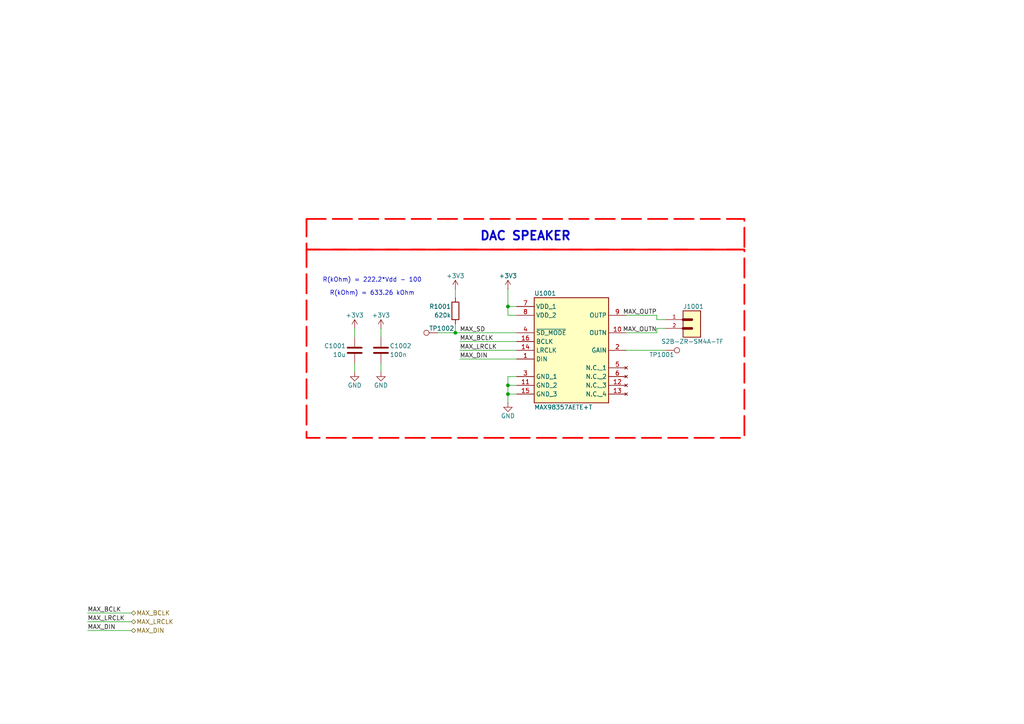
<source format=kicad_sch>
(kicad_sch (version 20231120) (generator "eeschema") (generator_version "8.0")
  (paper "A4")
  (title_block (title "Sistema de Audio") (date "2024-07-18") (rev "Final") (company "MQuero"))
  (lib_symbols
    (symbol "Connector:TestPoint" (pin_numbers hide) (pin_names (offset 0.762) hide)
      (property "Reference" "TP" (at 0 6.858 0))
      (property "Value" "TestPoint" (at 0 5.08 0))
      (symbol "TestPoint_0_1"
        (circle (center 0 3.302) (radius 0.762))
      )
      (symbol "TestPoint_1_1"
        (pin passive line (at 0 0 90) (length 2.54) (name "1") (number "1"))
      )
    )
    (symbol "Device:C" (pin_numbers hide) (pin_names (offset 0.254))
      (property "Reference" "C" (at 0.635 2.54 0))
      (property "Value" "C" (at 0.635 -2.54 0))
      (symbol "C_0_1"
        (polyline (pts (xy -2.032 -0.762) (xy 2.032 -0.762)) (stroke (width 0.508)))
        (polyline (pts (xy -2.032 0.762) (xy 2.032 0.762)) (stroke (width 0.508)))
      )
      (symbol "C_1_1"
        (pin passive line (at 0 3.81 270) (length 2.794) (name "~") (number "1"))
        (pin passive line (at 0 -3.81 90) (length 2.794) (name "~") (number "2"))
      )
    )
    (symbol "Device:R" (pin_numbers hide) (pin_names (offset 0))
      (property "Reference" "R" (at 2.032 0 90))
      (property "Value" "R" (at 0 0 90))
      (symbol "R_0_1"
        (rectangle (start -1.016 -2.54) (end 1.016 2.54) (stroke (width 0.254)))
      )
      (symbol "R_1_1"
        (pin passive line (at 0 3.81 270) (length 1.27) (name "~") (number "1"))
        (pin passive line (at 0 -3.81 90) (length 1.27) (name "~") (number "2"))
      )
    )
    (symbol "TFG:MAX98357AETE+T"
      (property "Reference" "U" (at 0 1.27 0))
      (property "Value" "MAX98357AETE+T" (at 0 -31.75 0))
      (symbol "MAX98357AETE+T_1_1"
        (rectangle (start 0 0) (end 21.59 -30.48) (stroke (width 0.254)) (fill (type background)))
        (pin unspecified line (at -5.08 -17.78 0) (length 5.08) (name "DIN") (number "1"))
        (pin unspecified line (at 26.67 -10.16 180) (length 5.08) (name "OUTN") (number "10"))
        (pin unspecified line (at -5.08 -25.4 0) (length 5.08) (name "GND_2") (number "11"))
        (pin no_connect line (at 26.67 -25.4 180) (length 5.08) (name "N.C._3") (number "12"))
        (pin no_connect line (at 26.67 -27.94 180) (length 5.08) (name "N.C._4") (number "13"))
        (pin unspecified line (at -5.08 -15.24 0) (length 5.08) (name "LRCLK") (number "14"))
        (pin unspecified line (at -5.08 -27.94 0) (length 5.08) (name "GND_3") (number "15"))
        (pin unspecified line (at -5.08 -12.7 0) (length 5.08) (name "BCLK") (number "16"))
        (pin unspecified line (at 26.67 -15.24 180) (length 5.08) (name "GAIN") (number "2"))
        (pin unspecified line (at -5.08 -22.86 0) (length 5.08) (name "GND_1") (number "3"))
        (pin unspecified line (at -5.08 -10.16 0) (length 5.08) (name "~{SD_MODE}") (number "4"))
        (pin no_connect line (at 26.67 -20.32 180) (length 5.08) (name "N.C._1") (number "5"))
        (pin no_connect line (at 26.67 -22.86 180) (length 5.08) (name "N.C._2") (number "6"))
        (pin unspecified line (at -5.08 -2.54 0) (length 5.08) (name "VDD_1") (number "7"))
        (pin unspecified line (at -5.08 -5.08 0) (length 5.08) (name "VDD_2") (number "8"))
        (pin unspecified line (at 26.67 -5.08 180) (length 5.08) (name "OUTP") (number "9"))
      )
    )
    (symbol "TFG:S2B-ZR-SM4A-TF" (pin_names (offset 1.016))
      (property "Reference" "J" (at 0 1.27 0))
      (property "Value" "S2B-ZR-SM4A-TF" (at 0 -8.89 0))
      (symbol "S2B-ZR-SM4A-TF_0_0"
        (polyline (pts (xy 0 -5.08) (xy 2.54 -5.08)) (stroke (width 0.762)))
        (polyline (pts (xy 0 -2.54) (xy 2.54 -2.54)) (stroke (width 0.762)))
        (rectangle (start 0 0) (end 5.08 -7.62) (stroke (width 0.254)) (fill (type background)))
      )
      (symbol "S2B-ZR-SM4A-TF_1_0"
        (pin unspecified line (at -5.08 -2.54 0) (length 5.08) (name "~") (number "1"))
        (pin unspecified line (at -5.08 -5.08 0) (length 5.08) (name "~") (number "2"))
      )
    )
    (symbol "power:+3V3" (power) (pin_numbers hide) (pin_names (offset 0) hide)
      (property "Value" "+3V3" (at 0 3.556 0))
      (symbol "+3V3_0_1"
        (polyline (pts (xy -0.762 1.27) (xy 0 2.54)))
        (polyline (pts (xy 0 0) (xy 0 2.54)))
        (polyline (pts (xy 0 2.54) (xy 0.762 1.27)))
      )
      (symbol "+3V3_1_1"
        (pin power_in line (at 0 0 90) (length 0) (name "~") (number "1"))
      )
    )
    (symbol "power:GND" (power) (pin_numbers hide) (pin_names (offset 0) hide)
      (property "Value" "GND" (at 0 -3.81 0))
      (symbol "GND_0_1"
        (polyline (pts (xy 0 0) (xy 0 -1.27) (xy 1.27 -1.27) (xy 0 -2.54) (xy -1.27 -1.27) (xy 0 -1.27)))
      )
      (symbol "GND_1_1"
        (pin power_in line (at 0 0 270) (length 0) (name "~") (number "1"))
      )
    )
  )
  (junction (at 132.08 96.52))
  (junction (at 147.32 114.3))
  (junction (at 147.32 88.9))
  (junction (at 147.32 111.76))
  (wire (pts (xy 102.87 95.25) (xy 102.87 97.79)))
  (wire (pts (xy 181.61 91.44) (xy 190.5 91.44)))
  (wire (pts (xy 190.5 95.25) (xy 190.5 96.52)))
  (wire (pts (xy 132.08 96.52) (xy 149.86 96.52)))
  (wire (pts (xy 181.61 96.52) (xy 190.5 96.52)))
  (wire (pts (xy 133.35 99.06) (xy 149.86 99.06)))
  (wire (pts (xy 133.35 101.6) (xy 149.86 101.6)))
  (wire (pts (xy 147.32 88.9) (xy 149.86 88.9)))
  (wire (pts (xy 149.86 109.22) (xy 147.32 109.22)))
  (wire (pts (xy 127 96.52) (xy 132.08 96.52)))
  (wire (pts (xy 132.08 83.82) (xy 132.08 86.36)))
  (wire (pts (xy 25.4 180.34) (xy 38.1 180.34)))
  (wire (pts (xy 133.35 104.14) (xy 149.86 104.14)))
  (wire (pts (xy 147.32 111.76) (xy 149.86 111.76)))
  (wire (pts (xy 132.08 96.52) (xy 132.08 93.98)))
  (wire (pts (xy 193.04 92.71) (xy 190.5 92.71)))
  (wire (pts (xy 147.32 91.44) (xy 147.32 88.9)))
  (wire (pts (xy 190.5 91.44) (xy 190.5 92.71)))
  (wire (pts (xy 147.32 83.82) (xy 147.32 88.9)))
  (wire (pts (xy 147.32 111.76) (xy 147.32 114.3)))
  (wire (pts (xy 25.4 177.8) (xy 38.1 177.8)))
  (wire (pts (xy 147.32 91.44) (xy 149.86 91.44)))
  (wire (pts (xy 181.61 101.6) (xy 193.04 101.6)))
  (wire (pts (xy 110.49 95.25) (xy 110.49 97.79)))
  (wire (pts (xy 147.32 114.3) (xy 147.32 116.84)))
  (wire (pts (xy 147.32 114.3) (xy 149.86 114.3)))
  (wire (pts (xy 25.4 182.88) (xy 38.1 182.88)))
  (wire (pts (xy 102.87 105.41) (xy 102.87 107.95)))
  (wire (pts (xy 110.49 105.41) (xy 110.49 107.95)))
  (wire (pts (xy 193.04 95.25) (xy 190.5 95.25)))
  (wire (pts (xy 147.32 109.22) (xy 147.32 111.76)))
  (rectangle (start 88.9 63.5) (end 215.9 72.39) (stroke (width 0.508) (type dash) (color 255 0 0 1)))
  (rectangle (start 88.9 72.39) (end 215.9 127) (stroke (width 0.508) (type dash) (color 255 0 0 1)))
  (text "R(kOhm) = 222.2*Vdd - 100" (at 107.95 81.28 0) (effects (font (size 1.27 1.27))))
  (text "DAC SPEAKER" (at 152.4 68.58 0) (effects (font (size 2.54 2.54) (thickness 0.508) (bold yes))))
  (text "R(kOhm) = 633.26 kOhm" (at 107.95 85.09 0) (effects (font (size 1.27 1.27))))
  (label "MAX_LRCLK" (at 133.35 101.6 0))
  (label "MAX_OUTN" (at 190.5 96.52 180))
  (label "MAX_DIN" (at 133.35 104.14 0))
  (label "MAX_LRCLK" (at 25.4 180.34 0))
  (label "MAX_OUTP" (at 190.5 91.44 180))
  (label "MAX_DIN" (at 25.4 182.88 0))
  (label "MAX_SD" (at 133.35 96.52 0))
  (label "MAX_BCLK" (at 25.4 177.8 0))
  (label "MAX_BCLK" (at 133.35 99.06 0))
  (hierarchical_label "MAX_LRCLK" (shape bidirectional) (at 38.1 180.34 0))
  (hierarchical_label "MAX_DIN" (shape bidirectional) (at 38.1 182.88 0))
  (hierarchical_label "MAX_BCLK" (shape bidirectional) (at 38.1 177.8 0))
  (symbol (lib_id "power:GND") (at 110.49 107.95 0) (unit 1)
    (property "Reference" "#PWR01007" (effects (hide yes)))
    (property "Value" "GND" (at 110.49 111.76 0))
    (property "Description" "Power symbol creates a global label with name \"GND\" , ground" (effects (hide yes)))
  )
  (symbol (lib_id "power:GND") (at 102.87 107.95 0) (unit 1)
    (property "Reference" "#PWR01006" (effects (hide yes)))
    (property "Value" "GND" (at 102.87 111.76 0))
    (property "Description" "Power symbol creates a global label with name \"GND\" , ground" (effects (hide yes)))
  )
  (symbol (lib_id "Connector:TestPoint") (at 127 96.52 90) (unit 1)
    (property "Reference" "TP1002" (at 124.46 95.25 90) (effects (justify right)))
    (property "Value" "TestPoint" (effects (hide yes)))
    (property "Footprint" "TestPoint:TestPoint_Pad_D1.0mm" (effects (hide yes)))
    (property "Description" "test point" (effects (hide yes)))
  )
  (symbol (lib_id "power:+3V3") (at 102.87 95.25 0) (unit 1)
    (property "Reference" "#PWR01003" (effects (hide yes)))
    (property "Value" "+3V3" (at 102.87 91.44 0))
    (property "Description" "Power symbol creates a global label with name \"+3V3\"" (effects (hide yes)))
  )
  (symbol (lib_id "Device:C") (at 110.49 101.6 0) (unit 1)
    (property "Reference" "C1002" (at 113.03 100.33 0) (effects (justify left)))
    (property "Value" "100n" (at 113.03 102.87 0) (effects (justify left)))
    (property "Footprint" "Capacitor_SMD:C_0402_1005Metric" (effects (hide yes)))
    (property "Description" "Unpolarized capacitor" (effects (hide yes)))
  )
  (symbol (lib_id "power:+3V3") (at 110.49 95.25 0) (unit 1)
    (property "Reference" "#PWR01004" (effects (hide yes)))
    (property "Value" "+3V3" (at 110.49 91.44 0))
    (property "Description" "Power symbol creates a global label with name \"+3V3\"" (effects (hide yes)))
  )
  (symbol (lib_id "Connector:TestPoint") (at 193.04 101.6 270) (mirror x) (unit 1)
    (property "Reference" "TP1001" (at 195.58 102.87 90) (effects (justify right)))
    (property "Value" "TestPoint" (effects (hide yes)))
    (property "Footprint" "TestPoint:TestPoint_Pad_D1.0mm" (effects (hide yes)))
    (property "Description" "test point" (effects (hide yes)))
  )
  (symbol (lib_id "TFG:MAX98357AETE+T") (at 154.94 86.36 0) (unit 1)
    (property "Reference" "U1001" (at 154.94 85.09 0) (effects (justify left)))
    (property "Value" "MAX98357AETE+T" (at 154.94 118.11 0) (effects (justify left)))
    (property "Footprint" "TFG:MAX98357AETE+T" (effects (hide yes)))
    (property "Datasheet" "https://datasheets.maximintegrated.com/en/ds/MAX98357A-MAX98357B.pdf" (effects (hide yes)))
    (property "Description" "IC AMP CLASS D MONO 3.2W 16TQFN" (effects (hide yes)))
    (property "MQ PN" "TFGIC005" (effects (hide yes)))
  )
  (symbol (lib_id "power:+3V3") (at 132.08 83.82 0) (unit 1)
    (property "Reference" "#PWR01001" (effects (hide yes)))
    (property "Value" "+3V3" (at 132.08 80.01 0))
    (property "Description" "Power symbol creates a global label with name \"+3V3\"" (effects (hide yes)))
  )
  (symbol (lib_id "power:GND") (at 147.32 116.84 0) (unit 1)
    (property "Reference" "#PWR01008" (effects (hide yes)))
    (property "Value" "GND" (at 147.32 120.65 0))
    (property "Description" "Power symbol creates a global label with name \"GND\" , ground" (effects (hide yes)))
  )
  (symbol (lib_id "Device:C") (at 102.87 101.6 0) (mirror y) (unit 1)
    (property "Reference" "C1001" (at 100.33 100.33 0) (effects (justify left)))
    (property "Value" "10u" (at 100.33 102.87 0) (effects (justify left)))
    (property "Footprint" "Capacitor_SMD:C_0402_1005Metric" (effects (hide yes)))
    (property "Description" "Unpolarized capacitor" (effects (hide yes)))
  )
  (symbol (lib_id "TFG:S2B-ZR-SM4A-TF") (at 198.12 90.17 0) (unit 1)
    (property "Reference" "J1001" (at 198.12 88.9 0) (effects (justify left)))
    (property "Value" "S2B-ZR-SM4A-TF" (at 191.77 99.06 0) (effects (justify left)))
    (property "Footprint" "TFG:S2B-ZR-SM4A-TF" (effects (hide yes)))
    (property "Datasheet" "https://www.jst-mfg.com/product/pdf/eng/eZH.pdf" (effects (hide yes)))
    (property "Description" "CONN HEADER SMD R/A 2POS 1.5MM" (effects (hide yes)))
    (property "MQ PN" "TFGJ009" (effects (hide yes)))
  )
  (symbol (lib_id "power:+3V3") (at 147.32 83.82 0) (unit 1)
    (property "Reference" "#PWR01002" (effects (hide yes)))
    (property "Value" "+3V3" (at 147.32 80.01 0))
    (property "Description" "Power symbol creates a global label with name \"+3V3\"" (effects (hide yes)))
  )
  (symbol (lib_id "Device:R") (at 132.08 90.17 0) (unit 1)
    (property "Reference" "R1001" (at 130.81 88.9 0) (effects (justify right)))
    (property "Value" "620k" (at 130.81 91.44 0) (effects (justify right)))
    (property "Footprint" "Resistor_SMD:R_0402_1005Metric" (effects (hide yes)))
    (property "Description" "Resistor" (effects (hide yes)))
  )
)
</source>
